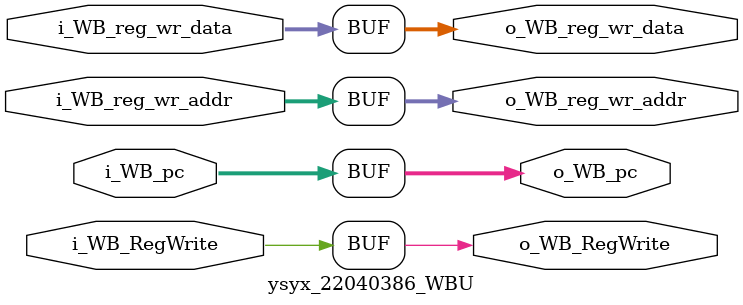
<source format=v>
module ysyx_22040386_WBU (
    input wire [63:0] i_WB_reg_wr_data,
    input wire i_WB_RegWrite,
    input wire [4:0] i_WB_reg_wr_addr,

    input wire [63:0] i_WB_pc,

    output wire [63:0] o_WB_reg_wr_data,
    output wire o_WB_RegWrite,
    output wire [4:0] o_WB_reg_wr_addr,

    output wire [63:0] o_WB_pc
);

assign o_WB_reg_wr_data = i_WB_reg_wr_data;
assign o_WB_RegWrite = i_WB_RegWrite;
assign o_WB_reg_wr_addr = i_WB_reg_wr_addr;

assign o_WB_pc = i_WB_pc;

endmodule

</source>
